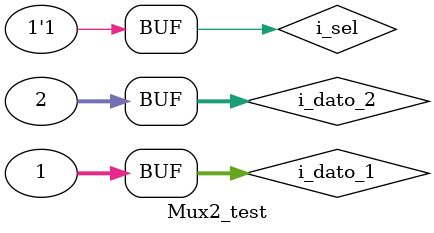
<source format=v>
`timescale 1ns/1ns

module Mux2_test();

    reg i_sel;
    reg [31:0] i_dato_1;
    reg [31:0] i_dato_2;
    wire [31:0] o_dato;

    Mux2 mux2( i_sel, i_dato_1, i_dato_2, o_dato);

    initial begin
        // Test Case 1
        i_sel = 0;
        i_dato_1 = 8'h01;
        i_dato_2 = 8'h02;
        #5;
        
        // Test Case 2
        i_sel = 1;
    end

endmodule

</source>
